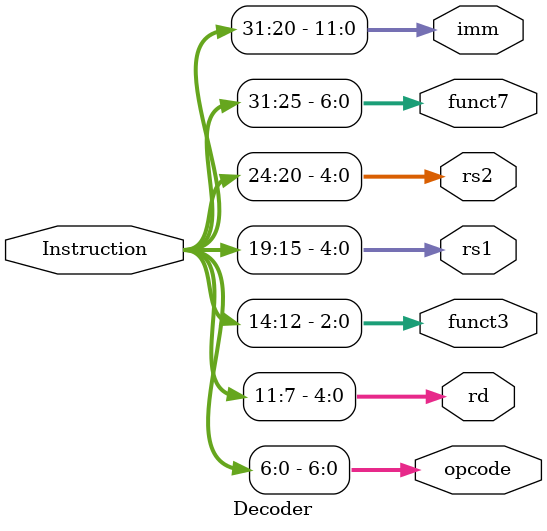
<source format=v>
`timescale 1ns / 1ps
module Decoder(

  input [31:0] Instruction,
  output [6:0] opcode,
  output [4:0] rd,
  output [2:0] funct3,
  output [4:0] rs1,
  output [4:0] rs2,
  output [6:0] funct7,
  output [11:0] imm
);

  assign opcode = Instruction[6:0];
  assign rd = Instruction[11:7];
  assign funct3 = Instruction[14:12];
  assign rs1 = Instruction[19:15];
  assign rs2 = Instruction[24:20];
  assign funct7 = Instruction[31:25];
  
  assign imm = Instruction[31:20];
  
endmodule 
</source>
